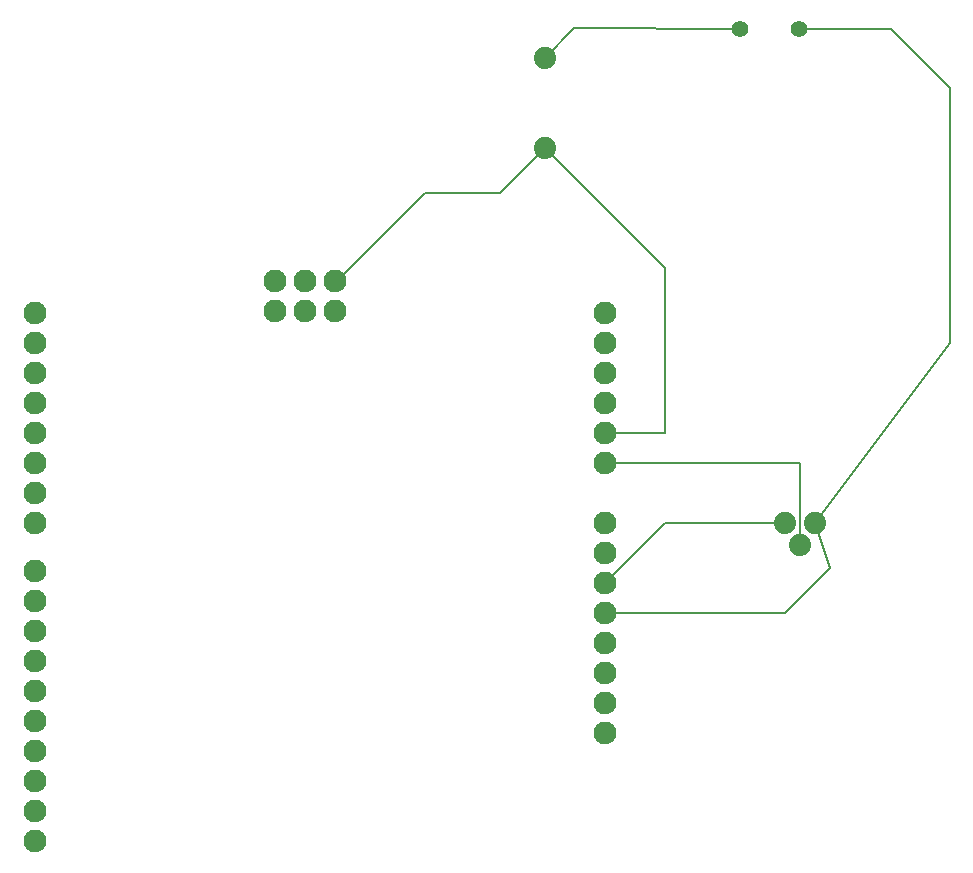
<source format=gbr>
G04 EAGLE Gerber RS-274X export*
G75*
%MOMM*%
%FSLAX34Y34*%
%LPD*%
%INTop Copper*%
%IPPOS*%
%AMOC8*
5,1,8,0,0,1.08239X$1,22.5*%
G01*
%ADD10C,1.930400*%
%ADD11C,1.400000*%
%ADD12C,1.879600*%
%ADD13C,0.152400*%


D10*
X-419100Y571500D03*
X-419100Y596900D03*
X-419100Y622300D03*
X-419100Y647700D03*
X-419100Y673100D03*
X-419100Y698500D03*
X-419100Y723900D03*
X-419100Y749300D03*
X-419100Y800100D03*
X-419100Y825500D03*
X-419100Y850900D03*
X-419100Y876300D03*
X-419100Y901700D03*
X-419100Y927100D03*
X-901700Y927100D03*
X-901700Y901700D03*
X-901700Y876300D03*
X-901700Y850900D03*
X-901700Y825500D03*
X-901700Y800100D03*
X-901700Y774700D03*
X-901700Y749300D03*
X-901700Y708660D03*
X-901700Y683260D03*
X-901700Y657860D03*
X-901700Y632460D03*
X-901700Y607060D03*
X-901700Y581660D03*
X-901700Y556260D03*
X-901700Y530860D03*
X-901700Y505460D03*
X-901700Y480060D03*
X-698000Y928500D03*
X-698000Y953900D03*
X-672600Y928500D03*
X-672600Y953900D03*
X-647200Y928500D03*
X-647200Y953900D03*
D11*
X-254400Y1167600D03*
X-304400Y1167600D03*
D12*
X-469900Y1066800D03*
X-469900Y1143000D03*
X-266700Y749300D03*
X-254000Y730250D03*
X-241300Y749300D03*
D13*
X-304400Y1167600D02*
X-444900Y1168000D01*
X-469900Y1143000D01*
X-419100Y673100D02*
X-266700Y673100D01*
X-228600Y711200D01*
X-241300Y749300D01*
X-127000Y901700D01*
X-127000Y1117600D01*
X-177000Y1167600D02*
X-254400Y1167600D01*
X-177000Y1167600D02*
X-127000Y1117600D01*
X-368300Y965200D02*
X-469900Y1066800D01*
X-368300Y965200D02*
X-368300Y825500D01*
X-419100Y825500D01*
X-508000Y1028700D02*
X-469900Y1066800D01*
X-571500Y1028700D02*
X-647700Y952500D01*
X-571500Y1028700D02*
X-508000Y1028700D01*
X-254000Y800100D02*
X-254000Y730250D01*
X-254000Y800100D02*
X-419100Y800100D01*
X-368300Y749300D02*
X-419100Y698500D01*
X-368300Y749300D02*
X-266700Y749300D01*
M02*

</source>
